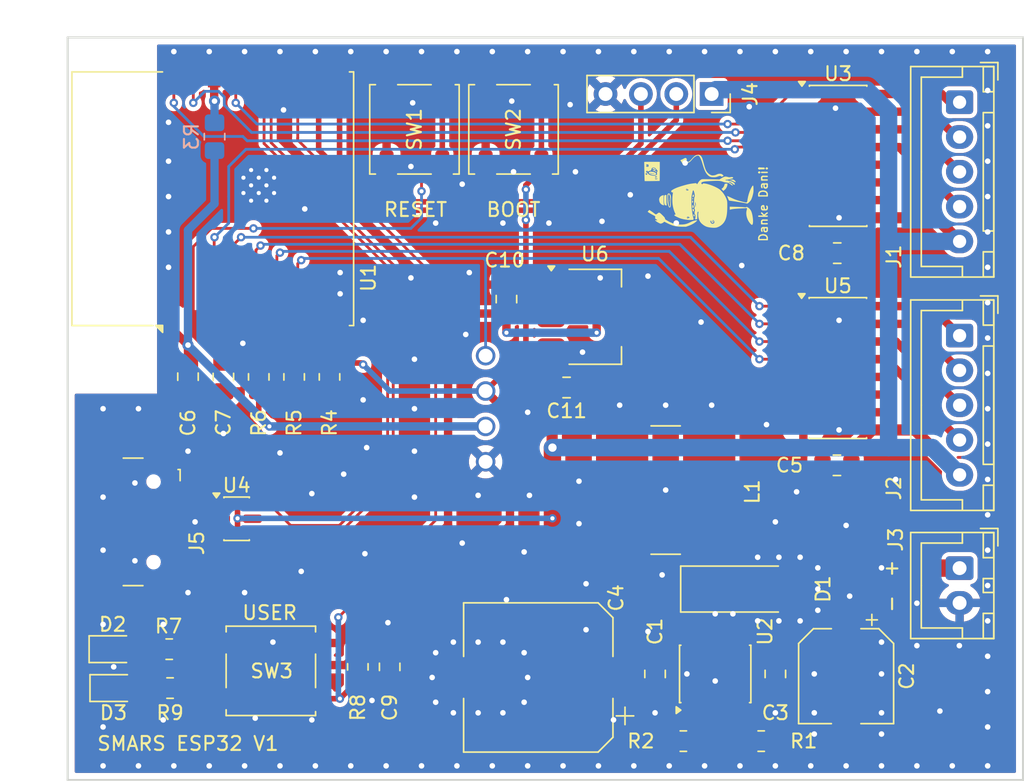
<source format=kicad_pcb>
(kicad_pcb (version 20241229) (generator "pcbnew") (generator_version "9.0")
  (title_block (date "mar. 31 mars 2015"))
  (layers (0 "F.Cu" signal) (2 "B.Cu" signal) (13 "F.Paste" user) (15 "B.Paste" user) (5 "F.SilkS" user "F.Silkscreen") (7 "B.SilkS" user "B.Silkscreen") (1 "F.Mask" user) (3 "B.Mask" user) (25 "Edge.Cuts" user))
  (net 0 "")
  (net 1 "GND")
  (net 2 "+3V3")
  (net 3 "Net-(D1-K)")
  (net 4 "Net-(U2-CB)")
  (net 5 "Net-(U1-EN)")
  (net 6 "Net-(D2-A)")
  (net 7 "Net-(U2-FB)")
  (net 8 "GPIO2")
  (net 9 "BOOT")
  (net 10 "GPIO8")
  (net 16 "Net-(D3-A)")
  (net 17 "D+")
  (net 18 "D-")
  (net 19 "Net-(J5-D--PadA7)")
  (net 20 "Net-(J5-D+-PadA6)")
  (net 23 "+5V")
  (net 24 "Net-(J1-Pin_1)")
  (net 25 "Net-(J1-Pin_4)")
  (net 26 "Net-(J1-Pin_2)")
  (net 27 "Net-(J1-Pin_3)")
  (net 28 "Net-(J2-Pin_4)")
  (net 29 "Net-(J2-Pin_2)")
  (net 30 "Net-(J2-Pin_3)")
  (net 31 "Net-(J2-Pin_1)")
  (net 38 "+9V")
  (net 39 "IO4")
  (net 40 "IO1")
  (net 41 "IO5")
  (net 42 "IO3")
  (net 43 "IO0")
  (net 44 "IO6")
  (net 45 "IO7")
  (net 46 "IO21")
  (net 47 "IO20")
  (net 48 "IO10")
  (footprint "Connector_USB:USB_C_Receptacle_GCT_USB4110" (layer "F.Cu") (at 103.556 81.458 -90)
    (property "Reference" "J5")
    (property "Value" "USB_C_Receptacle_USB2.0_16P")
  )
  (footprint "RF_Module:ESP32-C3-WROOM-02" (layer "F.Cu") (at 113.516 58.246 90)
    (property "Reference" "U1")
    (property "Value" "ESP32-C3-WROOM-02")
  )
  (footprint "Capacitor_SMD:C_0805_2012Metric_Pad1.18x1.45mm_HandSolder" (layer "F.Cu") (at 155.2205 77.394)
    (property "Reference" "C5")
    (property "Value" "100nF 50V")
  )
  (footprint "Resistor_SMD:R_0805_2012Metric_Pad1.20x1.40mm_HandSolder" (layer "F.Cu") (at 149.784 97.206)
    (property "Reference" "R1")
    (property "Value" "1k6")
  )
  (footprint "Resistor_SMD:R_0805_2012Metric_Pad1.20x1.40mm_HandSolder" (layer "F.Cu") (at 116.256 71.044 -90)
    (property "Reference" "R5")
    (property "Value" "10k")
  )
  (footprint "Capacitor_SMD:C_0805_2012Metric_Pad1.18x1.45mm_HandSolder" (layer "F.Cu") (at 108.636 71.028 90)
    (property "Reference" "C6")
    (property "Value" "100nF 50V")
  )
  (footprint "Inductor_SMD:L_Ferrocore_DLG-1004" (layer "F.Cu") (at 142.926 79.172 180)
    (property "Reference" "L1")
    (property "Value" "47 µH")
  )
  (footprint "Capacitor_SMD:C_0805_2012Metric_Pad1.18x1.45mm_HandSolder" (layer "F.Cu") (at 135.814 71.806 180)
    (property "Reference" "C11")
    (property "Value" "100nF 50V")
  )
  (footprint "Resistor_SMD:R_0805_2012Metric_Pad1.20x1.40mm_HandSolder" (layer "F.Cu") (at 120.828 91.872 90)
    (property "Reference" "R8")
    (property "Value" "10k")
  )
  (footprint "Package_SO:SOIC-8_3.9x4.9mm_P1.27mm" (layer "F.Cu") (at 146.482 92.38 90)
    (property "Reference" "U2")
    (property "Value" "LM2675M-ADJ")
  )
  (footprint "Resistor_SMD:R_0805_2012Metric_Pad1.20x1.40mm_HandSolder" (layer "F.Cu") (at 107.35 93.396)
    (property "Reference" "R9")
    (property "Value" "220")
  )
  (footprint "Resistor_SMD:R_0805_2012Metric_Pad1.20x1.40mm_HandSolder" (layer "F.Cu") (at 107.2875 90.602)
    (property "Reference" "R7")
    (property "Value" "220")
  )
  (footprint "Capacitor_SMD:CP_Elec_6.3x5.8" (layer "F.Cu") (at 155.88 92.54 -90)
    (property "Reference" "C2")
    (property "Value" "22µF, 50V")
  )
  (footprint "Capacitor_SMD:CP_Elec_10x10.5" (layer "F.Cu") (at 133.782 92.634 180)
    (property "Reference" "C4")
    (property "Value" "100µF, 50V")
  )
  (footprint "Capacitor_SMD:C_0805_2012Metric_Pad1.18x1.45mm_HandSolder" (layer "F.Cu") (at 111.176 71.0495 -90)
    (property "Reference" "C7")
    (property "Value" "100nF 50V")
  )
  (footprint "Hardware:Triuman" (layer "F.Cu") (at 145.466 57.836 90)
    (property "Reference" "G***" (hide yes))
    (property "Value" "LOGO" (hide yes))
  )
  (footprint "Button_Switch_SMD:SW_Push_1P1T_NO_CK_KSC7xxJ" (layer "F.Cu") (at 132.004 53.264 90)
    (property "Reference" "SW2")
    (property "Value" "BOOT")
  )
  (footprint "kbd:OLED_128x64" (layer "F.Cu") (at 130 73.33 -90)
    (property "Reference" "OL1")
    (property "Value" "OLED" (hide yes))
  )
  (footprint "Connector_JST:JST_XH_B5B-XH-A_1x05_P2.50mm_Vertical" (layer "F.Cu") (at 164.025 68.076 -90)
    (property "Reference" "J2")
    (property "Value" "Conn_01x05")
  )
  (footprint "Package_SO:SOIC-16_3.9x9.9mm_P1.27mm" (layer "F.Cu") (at 155.2855 70.409)
    (property "Reference" "U5")
    (property "Value" "ULN2003")
  )
  (footprint "Capacitor_SMD:C_0805_2012Metric_Pad1.18x1.45mm_HandSolder" (layer "F.Cu") (at 150.8 92.38 90)
    (property "Reference" "C3")
    (property "Value" "100nF 50V")
  )
  (footprint "Connector_JST:JST_XH_B5B-XH-A_1x05_P2.50mm_Vertical" (layer "F.Cu") (at 164.025 51.312 -90)
    (property "Reference" "J1")
    (property "Value" "Conn_01x05")
  )
  (footprint "Connector_JST:JST_XH_B2B-XH-A_1x02_P2.50mm_Vertical" (layer "F.Cu") (at 164.025 84.78 -90)
    (property "Reference" "J3")
    (property "Value" "Conn_01x02_Pin")
  )
  (footprint "Capacitor_SMD:C_0805_2012Metric_Pad1.18x1.45mm_HandSolder" (layer "F.Cu") (at 155.242 62.154)
    (property "Reference" "C8")
    (property "Value" "100nF 50V")
  )
  (footprint "LED_SMD:LED_0805_2012Metric" (layer "F.Cu") (at 103.2235 90.602)
    (property "Reference" "D2")
    (property "Value" "LED")
  )
  (footprint "Button_Switch_SMD:SW_Push_1P1T_NO_CK_KSC7xxJ" (layer "F.Cu") (at 124.892 53.264 90)
    (property "Reference" "SW1")
    (property "Value" "RESET")
  )
  (footprint "LED_SMD:LED_0805_2012Metric" (layer "F.Cu") (at 103.286 93.396)
    (property "Reference" "D3")
    (property "Value" "LED")
  )
  (footprint "Package_SO:SOIC-16_3.9x9.9mm_P1.27mm" (layer "F.Cu") (at 155.307 55.169)
    (property "Reference" "U3")
    (property "Value" "ULN2003")
  )
  (footprint "Connector_PinSocket_2.54mm:PinSocket_1x04_P2.54mm_Vertical" (layer "F.Cu") (at 146.228 50.724 -90)
    (property "Reference" "J4")
    (property "Value" "Conn_01x04")
  )
  (footprint "Resistor_SMD:R_0805_2012Metric_Pad1.20x1.40mm_HandSolder" (layer "F.Cu") (at 144.196 97.206 180)
    (property "Reference" "R2")
    (property "Value" "2k7")
  )
  (footprint "Capacitor_SMD:C_0805_2012Metric_Pad1.18x1.45mm_HandSolder" (layer "F.Cu") (at 123.114 91.872 90)
    (property "Reference" "C9")
    (property "Value" "100nF 50V")
  )
  (footprint "Capacitor_SMD:C_0805_2012Metric_Pad1.18x1.45mm_HandSolder" (layer "F.Cu") (at 142.164 92.38 90)
    (property "Reference" "C1")
    (property "Value" "10nF 50V")
  )
  (footprint "Capacitor_SMD:C_0805_2012Metric_Pad1.18x1.45mm_HandSolder" (layer "F.Cu") (at 131.496 65.456 -90)
    (property "Reference" "C10")
    (property "Value" "100nF 50V")
  )
  (footprint "Package_TO_SOT_SMD:SOT-23-6" (layer "F.Cu") (at 112.1275 81.234)
    (property "Reference" "U4")
    (property "Value" "USBLC6-2SC6")
  )
  (footprint "Resistor_SMD:R_0805_2012Metric_Pad1.20x1.40mm_HandSolder" (layer "F.Cu") (at 118.796 71.044 -90)
    (property "Reference" "R4")
    (property "Value" "10k")
  )
  (footprint "Package_TO_SOT_SMD:SOT-223-3_TabPin2" (layer "F.Cu") (at 137.846 66.726)
    (property "Reference" "U6")
    (property "Value" "LM1117MP-3.3")
  )
  (footprint "Resistor_SMD:R_0805_2012Metric_Pad1.20x1.40mm_HandSolder" (layer "F.Cu") (at 113.716 71.044 -90)
    (property "Reference" "R6")
    (property "Value" "10k")
  )
  (footprint "Diode_SMD:D_SMA_Handsoldering" (layer "F.Cu") (at 148.514 86.284)
    (property "Reference" "D1")
    (property "Value" "B150")
  )
  (footprint "Button_Switch_SMD:SW_Push_1P1T_NO_CK_KSC7xxJ" (layer "F.Cu") (at 114.584 92.158)
    (property "Reference" "SW3")
    (property "Value" "Button")
  )
  (footprint "Resistor_SMD:R_0805_2012Metric_Pad1.20x1.40mm_HandSolder" (layer "B.Cu") (at 110.541 53.788 -90)
    (property "Reference" "R3")
    (property "Value" "10k")
  )
  (gr_line (start 100 100) (end 100 46.66) (stroke (width 0.15)) (layer "Edge.Cuts"))
  (gr_line (start 168.58 46.66) (end 168.58 100) (stroke (width 0.15)) (layer "Edge.Cuts"))
  (gr_line (start 168.58 100) (end 100 100) (stroke (width 0.15)) (layer "Edge.Cuts"))
  (gr_line (start 100 46.66) (end 168.58 46.66) (stroke (width 0.15)) (layer "Edge.Cuts"))
  (gr_text "+" (at 159.69 85.522 90) (layer "F.SilkS") (effects (font (size 1 1)) (justify left bottom)))
  (gr_text "USER" (at 112.446 88.57 0) (layer "F.SilkS") (effects (font (size 1 1)) (justify left bottom)))
  (gr_text "SMARS ESP32 V1" (at 102.032 97.968 0) (layer "F.SilkS") (effects (font (size 1 1)) (justify left bottom)))
  (gr_text "-\n" (at 159.69 88.062 90) (layer "F.SilkS") (effects (font (size 1 1)) (justify left bottom)))
  (gr_text "Danke Dani!" (at 150.292 61.392 90) (layer "F.SilkS") (effects (font (size 0.6 0.6) (thickness 0.1) (bold yes)) (justify left bottom)))
  (gr_text "RESET\n" (at 122.606 59.614 0) (layer "F.SilkS") (effects (font (size 1 1)) (justify left bottom)))
  (gr_text "BOOT" (at 129.972 59.614 0) (layer "F.SilkS") (effects (font (size 1 1)) (justify left bottom)))
  (segment (start 109.368 81.234) (end 109.144 81.458) (width 0.2) (layer "F.Cu") (net 1))
  (segment (start 108.636 77.648) (end 108.636 76.378) (width 0.4) (layer "F.Cu") (net 1))
  (segment (start 107.236 84.658) (end 108.28 84.658) (width 0.4) (layer "F.Cu") (net 1))
  (segment (start 108.28 84.658) (end 108.636 85.014) (width 0.4) (layer "F.Cu") (net 1))
  (segment (start 147.117 88.697) (end 147.117 89.905) (width 0.4) (layer "F.Cu") (net 1))
  (segment (start 107.236 78.258) (end 108.026 78.258) (width 0.4) (layer "F.Cu") (net 1))
  (segment (start 110.99 81.234) (end 109.368 81.234) (width 0.2) (layer "F.Cu") (net 1))
  (segment (start 108.636 85.014) (end 108.636 86.538) (width 0.4) (layer "F.Cu") (net 1))
  (segment (start 146.482 88.062) (end 147.117 88.697) (width 0.4) (layer "F.Cu") (net 1))
  (segment (start 108.026 78.258) (end 108.636 77.648) (width 0.4) (layer "F.Cu") (net 1))
  (via (at 145.72 98.984) (size 0.8) (drill 0.4) (layers "F.Cu" "B.Cu") (net 1))
  (via (at 127.94 47.676) (size 0.8) (drill 0.4) (layers "F.Cu" "B.Cu") (net 1))
  (via (at 124.892 73.33) (size 0.8) (drill 0.4) (layers "F.Cu" "B.Cu") (net 1))
  (via (at 136.703 81.585) (size 0.8) (drill 0.4) (layers "F.Cu" "B.Cu") (net 1))
  (via (at 163.5 98.984) (size 0.8) (drill 0.4) (layers "F.Cu" "B.Cu") (net 1))
  (via (at 156.134 86.792) (size 0.8) (drill 0.4) (layers "F.Cu" "B.Cu") (net 1))
  (via (at 153.594 92.38) (size 0.8) (drill 0.4) (layers "F.Cu" "B.Cu") (net 1))
  (via (at 105.08 73.33) (size 0.8) (drill 0.4) (layers "F.Cu" "B.Cu") (net 1))
  (via (at 145.72 47.676) (size 0.8) (drill 0.4) (layers "F.Cu" "B.Cu") (net 1))
  (via (at 139.182683 95.680669) (size 0.8) (drill 0.4) (layers "F.Cu" "B.Cu") (net 1))
  (via (at 131.877 51.232) (size 0.8) (drill 0.4) (layers "F.Cu" "B.Cu") (net 1))
  (via (at 155.88 81.712) (size 0.8) (drill 0.4) (layers "F.Cu" "B.Cu") (net 1))
  (via (at 166.04 68.25) (size 0.8) (drill 0.4) (layers "F.Cu" "B.Cu") (net 1))
  (via (at 115.24 98.984) (size 0.8) (drill 0.4) (layers "F.Cu" "B.Cu") (net 1))
  (via (at 153.594 96.698) (size 0.8) (drill 0.4) (layers "F.Cu" "B.Cu") (net 1))
  (via (at 144.323 55.677) (size 0.8) (drill 0.4) (layers "F.Cu" "B.Cu") (net 1))
  (via (at 117.018 58.979) (size 0.8) (drill 0.4) (layers "F.Cu" "B.Cu") (net 1))
  (via (at 104.826 84.252) (size 0.8) (drill 0.4) (layers "F.Cu" "B.Cu") (net 1))
  (via (at 107.239 63.17) (size 0.8) (drill 0.4) (layers "F.Cu" "B.Cu") (net 1))
  (via (at 125.4 98.984) (size 0.8) (drill 0.4) (layers "F.Cu" "B.Cu") (net 1))
  (via (at 136.068 51.486) (size 0.8) (drill 0.4) (layers "F.Cu" "B.Cu") (net 1))
  (via (at 166.04 55.55) (size 0.8) (drill 0.4) (layers "F.Cu" "B.Cu") (net 1))
  (via (at 102.54 98.984) (size 0.8) (drill 0.4) (layers "F.Cu" "B.Cu") (net 1))
  (via (at 143.18 47.676) (size 0.8) (drill 0.4) (layers "F.Cu" "B.Cu") (net 1))
  (via (at 132.766 94.412) (size 0.8) (drill 0.4) (layers "F.Cu" "B.Cu") (net 1))
  (via (at 115.24 47.676) (size 0.8) (drill 0.4) (layers "F.Cu" "B.Cu") (net 1))
  (via (at 150.8 95.174) (size 0.8) (drill 0.4) (layers "F.Cu" "B.Cu") (net 1))
  (via (at 107.239 52.756) (size 0.8) (drill 0.4) (layers "F.Cu" "B.Cu") (net 1))
  (via (at 126.416 59.995) (size 0.8) (drill 0.4) (layers "F.Cu" "B.Cu") (net 1))
  (via (at 120.32 47.676) (size 0.8) (drill 0.4) (layers "F.Cu" "B.Cu") (net 1))
  (via (at 131.242 90.094) (size 0.8) (drill 0.4) (layers "F.Cu" "B.Cu") (net 1))
  (via (at 162.611 95.047) (size 0.8) (drill 0.4) (layers "F.Cu" "B.Cu") (net 1))
  (via (at 107.62 98.984) (size 0.8) (drill 0.4) (layers "F.Cu" "B.Cu") (net 1))
  (via (at 121.209 72.695) (size 0.8) (drill 0.4) (layers "F.Cu" "B.Cu") (net 1))
  (via (at 139.624 73.076) (size 0.8) (drill 0.4) (layers "F.Cu" "B.Cu") (net 1))
  (via (at 153.594 95.174) (size 0.8) (drill 0.4) (layers "F.Cu" "B.Cu") (net 1))
  (via (at 152.324 79.299) (size 0.8) (drill 0.4) (layers "F.Cu" "B.Cu") (net 1))
  (via (at 129.464 90.094) (size 0.8) (drill 0.4) (layers "F.Cu" "B.Cu") (net 1))
  (via (at 133.02 47.676) (size 0.8) (drill 0.4) (layers "F.Cu" "B.Cu") (net 1))
  (via (at 119.558 65.075) (size 0.8) (drill 0.4) (layers "F.Cu" "B.Cu") (net 1))
  (via (at 124.638 63.932) (size 0.8) (drill 0.4) (layers "F.Cu" "B.Cu") (net 1))
  (via (at 112.7 47.676) (size 0.8) (drill 0.4) (layers "F.Cu" "B.Cu") (net 1))
  (via (at 131.496 87.046) (size 0.8) (drill 0.4) (layers "F.Cu" "B.Cu") (net 1))
  (via (at 140.386 57.963) (size 0.8) (drill 0.4) (layers "F.Cu" "B.Cu") (net 1))
  (via (at 109.144 81.458) (size 0.8) (drill 0.4) (layers "F.Cu" "B.Cu") (net 1))
  (via (at 132.004 56.312) (size 0.8) (drill 0.4) (layers "F.Cu" "B.Cu") (net 1))
  (via (at 163.5 47.676) (size 0.8) (drill 0.4) (layers "F.Cu" "B.Cu") (net 1))
  (via (at 143.688 59.995) (size 0.8) (drill 0.4) (layers "F.Cu" "B.Cu") (net 1))
  (via (at 155.372 59.614) (size 0.8) (drill 0.4) (layers "F.Cu" "B.Cu") (net 1))
  (via (at 166.04 58.09) (size 0.8) (drill 0.4) (layers "F.Cu" "B.Cu") (net 1))
  (via (at 166.04 75.87) (size 0.8) (drill 0.4) (layers "F.Cu" "B.Cu") (net 1))
  (via (at 142.164 95.174) (size 0.8) (drill 0.4) (layers "F.Cu" "B.Cu") (net 1))
  (via (at 166.04 86.03) (size 0.8) (drill 0.4) (layers "F.Cu" "B.Cu") (net 1))
  (via (at 122.86 47.676) (size 0.8) (drill 0.4) (layers "F.Cu" "B.Cu") (net 1))
  (via (at 116.764 85.014) (size 0.8) (drill 0.4) (layers "F.Cu" "B.Cu") (net 1))
  (via (at 108.636 86.538) (size 0.8) (drill 0.4) (layers "F.Cu" "B.Cu") (net 1))
  (via (at 122.86 98.984) (size 0.8) (drill 0.4) (layers "F.Cu" "B.Cu") (net 1))
  (via (at 146.228 73.076) (size 0.8) (drill 0.4) (layers "F.Cu" "B.Cu") (net 1))
  (via (at 102.54 83.49) (size 0.8) (drill 0.4) (layers "F.Cu" "B.Cu") (net 1))
  (via (at 105.08 98.984) (size 0.8) (drill 0.4) (layers "F.Cu" "B.Cu") (net 1))
  (via (at 158.42 90.094) (size 0.8) (drill 0.4) (layers "F.Cu" "B.Cu") (net 1))
  (via (at 153.34 47.676) (size 0.8) (drill 0.4) (layers "F.Cu" "B.Cu") (net 1))
  (via (at 120.32 98.984) (size 0.8) (drill 0.4) (layers "F.Cu" "B.Cu") (net 1))
  (via (at 132.766 83.617) (size 0.8) (drill 0.4) (layers "F.Cu" "B.Cu") (net 1))
  (via (at 166.04 91.11) (size 0.8) (drill 0.4) (layers "F.Cu" "B.Cu") (net 1))
  (via (at 149.53 88.57) (size 0.8) (drill 0.4) (layers "F.Cu" "B.Cu") (net 1))
  (via (at 146.482 92.888) (size 0.8) (drill 0.4) (layers "F.Cu" "B.Cu") (net 1))
  (via (at 130.48 98.984) (size 0.8) (drill 0.4) (layers "F.Cu" "B.Cu") (net 1))
  (via (at 140.64 98.984) (size 0.8) (drill 0.4) (layers "F.Cu" "B.Cu") (net 1))
  (via (at 102.54 88.824) (size 0.8) (drill 0.4) (layers "F.Cu" "B.Cu") (net 1))
  (via (at 155.118 51.74) (size 0.8) (drill 0.4) (layers "F.Cu" "B.Cu") (net 1))
  (via (at 134.544 59.995) (size 0.8) (drill 0.4) (layers "F.Cu" "B.Cu") (net 1))
  (via (at 114.732 90.094) (size 0.8) (drill 0.4) (layers "F.Cu" "B.Cu") (net 1))
  (via (at 160.96 90.348) (size 0.8) (drill 0.4) (layers "F.Cu" "B.Cu") (net 1))
  (via (at 117.526 79.426) (size 0.8) (drill 0.4) (layers "F.Cu" "B.Cu") (net 1))
  (via (at 131.242 95.174) (size 0.8) (drill 0.4) (layers "F.Cu" "B.Cu") (net 1))
  (via (at 107.239 58.09) (size 0.8) (drill 0.4) (layers "F.Cu" "B.Cu") (net 1))
  (via (at 164.008 90.348) (size 0.8) (drill 0.4) (layers "F.Cu" "B.Cu") (net 1))
  (via (at 148.26 98.984) (size 0.8) (drill 0.4) (layers "F.Cu" "B.Cu") (net 1))
  (via (at 152.578 83.998) (size 0.8) (drill 0.4) (layers "F.Cu" "B.Cu") (net 1))
  (via (at 155.372 66.98) (size 0.8) (drill 0.4) (layers "F.Cu" "B.Cu") (net 1))
  (via (at 132.766 90.856) (size 0.8) (drill 0.4) (layers "F.Cu" "B.Cu") (net 1))
  (via (at 148.387 63.043) (size 0.8) (drill 0.4) (layers "F.Cu" "B.Cu") (net 1))
  (via (at 166.04 60.63) (size 0.8) (drill 0.4) (layers "F.Cu" "B.Cu") (net 1))
  (via (at 133.02 92.634) (size 0.8) (drill 0.4) (layers "F.Cu" "B.Cu") (net 1))
  (via (at 138.354 59.868) (size 0.8) (drill 0.4) (layers "F.Cu" "B.Cu") (net 1))
  (via (at 141.656 89.332) (size 0.8) (drill 0.4) (layers "F.Cu" "B.Cu") (net 1))
  (via (at 117.78 47.676) (size 0.8) (drill 0.4) (layers "F.Cu" "B.Cu") (net 1))
  (via (at 159.436 78.41) (size 0.8) (drill 0.4) (layers "F.Cu" "B.Cu") (net 1))
  (via (at 125.4 47.676) (size 0.8) (drill 0.4) (layers "F.Cu" "B.Cu") (net 1))
  (via (at 107.62 47.676) (size 0.8) (drill 0.4) (layers "F.Cu" "B.Cu") (net 1))
  (via (at 166.04 98.984) (size 0.8) (drill 0.4) (layers "F.Cu" "B.Cu") (net 1))
  (via (at 127.686 90.094) (size 0.8) (drill 0.4) (layers "F.Cu" "B.Cu") (net 1))
  (via (at 166.04 83.49) (size 0.8) (drill 0.4) (layers "F.Cu" "B.Cu") (net 1))
  (via (at 150.8 47.676) (size 0.8) (drill 0.4) (layers "F.Cu" "B.Cu") (net 1))
  (via (at 147.752 88.062) (size 0.8) (drill 0.4) (layers "F.Cu" "B.Cu") (net 1))
  (via (at 106.858 88.824) (size 0.8) (drill 0.4) (layers "F.Cu" "B.Cu") (net 1))
  (via (at 136.957 69.266) (size 0.8) (drill 0.4) (layers "F.Cu" "B.Cu") (net 1))
  (via (at 137.211 89.205) (size 0.8) (drill 0.4) (layers "F.Cu" "B.Cu") (net 1))
  (via (at 166.04 93.65) (size 0.8) (drill 0.4) (layers "F.Cu" "B.Cu") (net 1))
  (via (at 155.88 98.984) (size 0.8) (drill 0.4) (layers "F.Cu" "B.Cu") (net 1))
  (via (at 150.8 98.984) (size 0.8) (drill 0.4) (layers "F.Cu" "B.Cu") (net 1))
  (via (at 113.462 95.555) (size 0.8) (drill 0.4) (layers "F.Cu" "B.Cu") (net 1))
  (via (at 104.826 78.664) (size 0.8) (drill 0.4) (layers "F.Cu" "B.Cu") (net 1))
  (via (at 124.892 76.378) (size 0.8) (drill 0.4) (layers "F.Cu" "B.Cu") (net 1))
  (via (at 133.02 98.984) (size 0.8) (drill 0.4) (layers "F.Cu" "B.Cu") (net 1))
  (via (at 150.8 81.458) (size 0.8) (drill 0.4) (layers "F.Cu" "B.Cu") (net 1))
  (via (at 130.48 47.676) (size 0.8) (drill 0.4) (layers "F.Cu" "B.Cu") (net 1))
  (via (at 127.94 98.984) (size 0.8) (drill 0.4) (layers "F.Cu" "B.Cu") (net 1))
  (via (at 126.162 92.634) (size 0.8) (drill 0.4) (layers "F.Cu" "B.Cu") (net 1))
  (via (at 166.04 70.79) (size 0.8) (drill 0.4) (layers "F.Cu" "B.Cu") (net 1))
  (via (at 158.42 96.698) (size 0.8) (drill 0.4) (layers "F.Cu" "B.Cu") (net 1))
  (via (at 158.42 92.38) (size 0.8) (drill 0.4) (layers "F.Cu" "B.Cu") (net 1))
  (via (at 160.96 98.984) (size 0.8) (drill 0.4) (layers "F.Cu" "B.Cu") (net 1))
  (via (at 166.04 53.01) (size 0.8) (drill 0.4) (layers "F.Cu" "B.Cu") (net 1))
  (via (at 150.165 74.473) (size 0.8) (drill 0.4) (layers "F.Cu" "B.Cu") (net 1))
  (via (at 158.42 95.174) (size 0.8) (drill 0.4) (layers "F.Cu" "B.Cu") (net 1))
  (via (at 107.239 55.55) (size 0.8) (drill 0.4) (layers "F.Cu" "B.Cu") (net 1))
  (via (at 136.703 78.537) (size 0.8) (drill 0.4) (layers "F.Cu" "B.Cu") (net 1))
  (via (at 143.18 98.984) (size 0.8) (drill 0.4) (layers "F.Cu" "B.Cu") (net 1))
  (via (at 166.04 73.33) (size 0.8) (drill 0.4) (layers "F.Cu" "B.Cu") (net 1))
  (via (at 148.26 47.676) (size 0.8) (drill 0.4) (layers "F.Cu" "B.Cu") (net 1))
  (via (at 160.96 87.3) (size 0.8) (drill 0.4) (layers "F.Cu" "B.Cu") (net 1))
  (via (at 124.765 51.359) (size 0.8) (drill 0.4) (layers "F.Cu" "B.Cu") (net 1))
  (via (at 119.558 63.551) (size 0.8) (drill 0.4) (layers "F.Cu" "B.Cu") (net 1))
  (via (at 135.56 98.984) (size 0.8) (drill 0.4) (layers "F.Cu" "B.Cu") (net 1))
  (via (at 151.054 88.57) (size 0.8) (drill 0.4) (layers "F.Cu" "B.Cu") (net 1))
  (via (at 155.372 74.854) (size 0.8) (drill 0.4) (layers "F.Cu" "B.Cu") (net 1))
  (via (at 112.7 86.538) (size 0.8) (drill 0.4) (layers "F.Cu" "B.Cu") (net 1))
  (via (at 160.96 47.676) (size 0.8) (drill 0.4) (layers "F.Cu" "B.Cu") (net 1))
  (via (at 128.829 63.551) (size 0.8) (drill 0.4) (layers "F.Cu" "B.Cu") (net 1))
  (via (at 158.42 47.676) (size 0.8) (drill 0.4) (layers "F.Cu" "B.Cu") (net 1))
  (via (at 155.88 47.676) (size 0.8) (drill 0.4) (layers "F.Cu" "B.Cu") (net 1))
  (via (at 138.1 98.984) (size 0.8) (drill 0.4) (layers "F.Cu" "B.Cu") (net 1))
  (via (at 166.04 50.47) (size 0.8) (drill 0.4) (layers "F.Cu" "B.Cu") (net 1))
  (via (at 106.858 95.682) (size 0.8) (drill 0.4) (layers "F.Cu" "B.Cu") (net 1))
  (via (at 153.848 84.76) (size 0.8) (drill 0.4) (layers "F.Cu" "B.Cu") (net 1))
  (via (at 133.147 79.553) (size 0.8) (drill 0.4) (layers "F.Cu" "B.Cu") (net 1))
  (via (at 166.04 63.17) (size 0.8) (drill 0.4) (layers "F.Cu" "B.Cu") (net 1))
  (via (at 153.848 87.808) (size 0.8) (drill 0.4) (layers "F.Cu" "B.Cu") (net 1))
  (via (at 166.04 88.57) (size 0.8) (drill 0.4) (layers "F.Cu" "B.Cu") (net 1))
  (via (at 124.892 79.68) (size 0.8) (drill 0.4) (layers "F.Cu" "B.Cu") (net 1))
  (via (at 145.466 67.107) (size 0.8) (drill 0.4) (layers "F.Cu" "B.Cu") (net 1))
  (via (at 110.16 98.984) (size 0.8) (drill 0.4) (layers "F.Cu" "B.Cu") (net 1))
  (via (at 119.812 78.029) (size 0.8) (drill 0.4) (layers "F.Cu" "B.Cu") (net 1))
  (via (at 117.78 98.984) (size 0.8) (drill 0.4) (layers "F.Cu" "B.Cu") (net 1))
  (via (at 141.656 63.805) (size 0.8) (drill 0.4) (layers "F.Cu" "B.Cu") (net 1))
  (via (at 136.449 56.312) (size 0.8) (drill 0.4) (layers "F.Cu" "B.Cu") (net 1))
  (via (at 107.239 60.63) (size 0.8) (drill 0.4) (layers "F.Cu" "B.Cu") (net 1))
  (via (at 166.04 80.95) (size 0.8) (drill 0.4) (layers "F.Cu" "B.Cu") (net 1))
  (via (at 158.42 98.984) (size 0.8) (drill 0.4) (layers "F.Cu" "B.Cu") (net 1))
  (via (at 142.926 79.172) (size 0.8) (drill 0.4) (layers "F.Cu" "B.Cu") (net 1))
  (via (at 158.42 84.76) (size 0.8) (drill 0.4) (layers "F.Cu" "B.Cu") (net 1))
  (via (at 133.02 73.584) (size 0.8) (drill 0.4) (layers "F.Cu" "B.Cu") (net 1))
  (via (at 166.04 96.19) (size 0.8) (drill 0.4) (layers "F.Cu" "B.Cu") (net 1))
  (via (at 111.176 75.108) (size 0.8) (drill 0.4) (layers "F.Cu" "B.Cu") (net 1))
  (via (at 137.211 85.903) (size 0.8) (drill 0.4) (layers "F.Cu" "B.Cu") (net 1))
  (via (at 112.573 68.631) (size 0.8) (drill 0.4) (layers "F.Cu" "B.Cu") (net 1))
  (via (at 124.892 69.774) (size 0.8) (drill 0.4) (layers "F.Cu" "B.Cu") (net 1))
  (via (at 149.53 83.998) (size 0.8) (drill 0.4) (layers "F.Cu" "B.Cu") (net 1))
  (via (at 151.054 83.998) (size 0.8) (drill 0.4) (layers "F.Cu" "B.Cu") (net 1))
  (via (at 153.34 98.984) (size 0.8) (drill 0.4) (layers "F.Cu" "B.Cu") (net 1))
  (via (at 138.1 47.676) (size 0.8) (drill 0.4) (layers "F.Cu" "B.Cu") (net 1))
  (via (at 152.578 88.57) (size 0.8) (drill 0.4) (layers "F.Cu" "B.Cu") (net 1))
  (via (at 148.924183 51.635962) (size 0.8) (drill 0.4) (layers "F.Cu" "B.Cu") (net 1))
  (via (at 142.926 73.076) (size 0.8) (drill 0.4) (layers "F.Cu" "B.Cu") (net 1))
  (via (at 115.494 51.867) (size 0.8) (drill 0.4) (layers "F.Cu" "B.Cu") (net 1))
  (via (at 131.242 59.995) (size 0.8) (drill 0.4) (layers "F.Cu" "B.Cu") (net 1))
  (via (at 142.672 85.268) (size 0.8) (drill 0.4) (layers "F.Cu" "B.Cu") (net 1))
  (via (at 146.482 88.062) (size 0.8) (drill 0.4) (layers "F.Cu" "B.Cu") (net 1))
  (via (at 124.638 55.931) (size 0.8) (drill 0.4) (layers "F.Cu" "B.Cu") (net 1))
  (via (at 135.56 47.676) (size 0.8) (drill 0.4) (layers "F.Cu" "B.Cu") (net 1))
  (via (at 121.209 66.98) (size 0.8) (drill 0.4) (layers "F.Cu" "B.Cu") (net 1))
  (via (at 128.321 57.201) (size 0.8) (drill 0.4) (layers "F.Cu" "B.Cu") (net 1))
  (via (at 121.463 76.124) (size 0.8) (drill 0.4) (layers "F.Cu" "B.Cu") (net 1))
  (via (at 108.636 76.378) (size 0.8) (drill 0.4) (layers "F.Cu" "B.Cu") (net 1))
  (via (at 128.321 82.982) (size 0.8) (drill 0.4) (layers "F.Cu" "B.Cu") (net 1))
  (via (at 112.7 98.984) (size 0.8) (drill 0.4) (layers "F.Cu" "B.Cu") (net 1))
  (via (at 103.302 91.872) (size 0.8) (drill 0.4) (layers "F.Cu" "B.Cu") (net 1))
  (via (at 121.336 83.744) (size 0.8) (drill 0.4) (layers "F.Cu" "B.Cu") (net 1))
  (via (at 129.464 95.174) (size 0.8) (drill 0.4) (layers "F.Cu" "B.Cu") (net 1))
  (via (at 126.416 94.412) (size 0.8) (drill 0.4) (layers "F.Cu" "B.Cu") (net 1))
  (via (at 153.848 86.284) (size 0.8) (drill 0.4) (layers "F.Cu" "B.Cu") (net 1))
  (via (at 102.54 73.33) (size 0.8) (drill 0.4) (layers "F.Cu" "B.Cu") (net 1))
  (via (at 127.686 95.174) (size 0.8) (drill 0.4) (layers "F.Cu" "B.Cu") (net 1))
  (via (at 115.24 76.505) (size 0.8) (drill 0.4) (layers "F.Cu" "B.Cu") (net 1))
  (via (at 110.16 47.676) (size 0.8) (drill 0.4) (layers "F.Cu" "B.Cu") (net 1))
  (via (at 166.04 65.71) (size 0.8) (drill 0.4) (layers "F.Cu" "B.Cu") (net 1))
  (via (at 129.464 79.553) (size 0.8) (drill 0.4) (layers "F.Cu" "B.Cu") (net 1))
  (via (at 128.575 67.996) (size 0.8) (drill 0.4) (layers "F.Cu" "B.Cu") (net 1))
  (via (at 166.04 47.676) (size 0.8) (drill 0.4) (layers "F.Cu" "B.Cu") (net 1))
  (via (at 102.54 96.19) (size 0.8) (drill 0.4) (layers "F.Cu" "B.Cu") (net 1))
  (via (at 122.987 88.697) (size 0.8) (drill 0.4) (layers "F.Cu" "B.Cu") (net 1))
  (via (at 121.844 94.285) (size 0.8) (drill 0.4) (layers "F.Cu" "B.Cu") (net 1))
  (via (at 102.54 79.68) (size 0.8) (drill 0.4) (layers "F.Cu" "B.Cu") (net 1))
  (via (at 126.416 90.856) (size 0.8) (drill 0.4) (layers "F.Cu" "B.Cu") (net 1))
  (via (at 140.64 47.676) (size 0.8) (drill 0.4) (layers "F.Cu" "B.Cu") (net 1))
  (via (at 144.45 92.38) (size 0.8) (drill 0.4) (layers "F.Cu" "B.Cu") (net 1))
  (via (at 166.04 78.41) (size 0.8) (drill 0.4) (layers "F.Cu" "B.Cu") (net 1))
  (via (at 117.526 95.682) (size 0.8) (drill 0.4) (layers "F.Cu" "B.Cu") (net 1))
  (via (at 138.227 63.932) (size 0.8) (drill 0.4) (layers "F.Cu" "B.Cu") (net 1))
  (segment (start 137.973 67.869) (end 137.973 66.726) (width 0.6) (layer "F.Cu") (net 2))
  (segment (start 127.305 74.6) (end 127.305 81.712) (width 0.6) (layer "F.Cu") (net 2))
  (segment (start 131.496 66.4935) (end 131.496 67.869) (width 0.6) (layer "F.Cu") (net 2))
  (segment (start 131.496 66.4935) (end 128.2995 66.4935) (width 0.6) (layer "F.Cu") (net 2))
  (segment (start 107.516 67.638) (end 107.516 66.996) (width 0.6) (layer "F.Cu") (net 2))
  (segment (start 108.636 69.9905) (end 108.636 68.758) (width 0.6) (layer "F.Cu") (net 2))
  (segment (start 108.636 68.758) (end 107.516 67.638) (width 0.6) (layer "F.Cu") (net 2))
  (segment (start 137.973 66.726) (end 134.696 66.726) (width 0.6) (layer "F.Cu") (net 2))
  (segment (start 113.716 72.044) (end 113.716 73.838) (width 0.4) (layer "F.Cu") (net 2))
  (segment (start 127.305 81.712) (end 120.828 88.189) (width 0.6) (layer "F.Cu") (net 2))
  (segment (start 119.955 91.745) (end 120.828 90.872) (width 0.6) (layer "F.Cu") (net 2))
  (segment (start 128.2995 66.4935) (end 127.305 67.488) (width 0.6) (layer "F.Cu") (net 2))
  (segment (start 113.716 73.838) (end 114.478 74.6) (width 0.4) (layer "F.Cu") (net 2))
  (segment (start 108.2875 90.602) (end 109.4305 91.745) (width 0.6) (layer "F.Cu") (net 2))
  (segment (start 113.716 72.044) (end 116.256 72.044) (width 0.4) (layer "F.Cu") (net 2))
  (segment (start 109.4305 91.745) (end 119.955 91.745) (width 0.6) (layer "F.Cu") (net 2))
  (segment (start 116.256 72.044) (end 118.796 72.044) (width 0.4) (layer "F.Cu") (net 2))
  (segment (start 140.996 66.726) (end 137.973 66.726) (width 0.6) (layer "F.Cu") (net 2))
  (segment (start 127.305 67.488) (end 127.305 74.6) (width 0.6) (layer "F.Cu") (net 2))
  (segment (start 120.828 88.189) (end 120.828 90.872) (width 0.6) (layer "F.Cu") (net 2))
  (segment (start 127.305 74.6) (end 130 74.6) (width 0.6) (layer "F.Cu") (net 2))
  (via (at 108.636 68.758) (size 0.8) (drill 0.4) (layers "F.Cu" "B.Cu") (net 2))
  (via (at 114.478 74.6) (size 0.6) (drill 0.3) (layers "F.Cu" "B.Cu") (net 2))
  (via (at 137.973 67.869) (size 0.6) (drill 0.3) (layers "F.Cu" "B.Cu") (net 2))
  (via (at 131.496 67.869) (size 0.6) (drill 0.3) (layers "F.Cu" "B.Cu") (net 2))
  (segment (start 108.636 60.503) (end 108.636 68.758) (width 0.6) (layer "B.Cu") (net 2))
  (segment (start 130 74.6) (end 114.478 74.6) (width 0.6) (layer "B.Cu") (net 2))
  (segment (start 131.496 67.869) (end 137.973 67.869) (width 0.6) (layer "B.Cu") (net 2))
  (segment (start 114.478 74.6) (end 108.636 68.758) (width 0.6) (layer "B.Cu") (net 2))
  (segment (start 110.541 54.788) (end 110.541 58.598) (width 0.6) (layer "B.Cu") (net 2))
  (segment (start 110.541 58.598) (end 108.636 60.503) (width 0.6) (layer "B.Cu") (net 2))
  (segment (start 146.014 86.284) (end 146.014 79.209) (width 1.25) (layer "F.Cu") (net 3))
  (segment (start 144.577 89.905) (end 144.577 87.721) (width 0.6) (layer "F.Cu") (net 3))
  (segment (start 144.577 87.721) (end 146.014 86.284) (width 0.6) (layer "F.Cu") (net 3))
  (segment (start 146.014 79.209) (end 146.051 79.172) (width 1.25) (layer "F.Cu") (net 3))
  (segment (start 144.577 89.905) (end 143.6015 89.905) (width 0.6) (layer "F.Cu") (net 3))
  (segment (start 143.6015 89.905) (end 142.164 91.3425) (width 0.6) (layer "F.Cu") (net 3))
  (segment (start 143.6015 94.855) (end 142.164 93.4175) (width 0.6) (layer "F.Cu") (net 4))
  (segment (start 144.577 94.855) (end 143.6015 94.855) (width 0.6) (layer "F.Cu") (net 4))
  (segment (start 109.016 61.686057) (end 110.326057 60.376) (width 0.2) (layer "F.Cu") (net 5))
  (segment (start 111.176 70.012) (end 113.684 70.012) (width 0.6) (layer "F.Cu") (net 5))
  (segment (start 109.016 66.996) (end 109.016 61.686057) (width 0.2) (layer "F.Cu") (net 5))
  (segment (start 125.4 56.947) (end 126.183 56.164) (width 0.2) (layer "F.Cu") (net 5))
  (segment (start 126.892 50.364) (end 126.892 56.164) (width 0.4) (layer "F.Cu") (net 5))
  (segment (start 110.326057 60.376) (end 113.335 60.376) (width 0.2) (layer "F.Cu") (net 5))
  (segment (start 125.4 57.709) (end 125.4 56.947) (width 0.2) (layer "F.Cu") (net 5))
  (segment (start 109.016 66.996) (end 109.016 67.852) (width 0.6) (layer "F.Cu") (net 5))
  (segment (start 126.183 56.164) (end 126.892 56.164) (width 0.2) (layer "F.Cu") (net 5))
  (segment (start 109.016 67.852) (end 111.176 70.012) (width 0.6) (layer "F.Cu") (net 5))
  (segment (start 113.684 70.012) (end 113.716 70.044) (width 0.6) (layer "F.Cu") (net 5))
  (via (at 113.335 60.376) (size 0.6) (drill 0.3) (layers "F.Cu" "B.Cu") (net 5))
  (via (at 125.4 57.709) (size 0.6) (drill 0.3) (layers "F.Cu" "B.Cu") (net 5))
  (segment (start 113.335 60.376) (end 124.638 60.376) (width 0.2) (layer "B.Cu") (net 5))
  (segment (start 124.638 60.376) (end 125.4 59.614) (width 0.2) (layer "B.Cu") (net 5))
  (segment (start 125.4 59.614) (end 125.4 57.709) (width 0.2) (layer "B.Cu") (net 5))
  (segment (start 106.2875 90.602) (end 104.161 90.602) (width 0.4) (layer "F.Cu") (net 6))
  (segment (start 148.387 94.855) (end 148.387 96.809) (width 0.4) (layer "F.Cu") (net 7))
  (segment (start 145.196 97.206) (end 148.784 97.206) (width 0.4) (layer "F.Cu") (net 7))
  (segment (start 148.387 96.809) (end 148.784 97.206) (width 0.4) (layer "F.Cu") (net 7))
  (segment (start 110.516 49.496) (end 110.516 51.207) (width 0.6) (layer "F.Cu") (net 8))
  (segment (start 110.516 51.207) (end 110.541 51.232) (width 0.6) (layer "F.Cu") (net 8))
  (via (at 110.541 51.232) (size 0.8) (drill 0.4) (layers "F.Cu" "B.Cu") (net 8))
  (segment (start 110.541 51.232) (end 110.541 52.788) (width 0.6) (layer "B.Cu") (net 8))
  (segment (start 132.893 59.772) (end 132.893 69.167) (width 0.4) (layer "F.Cu") (net 9))
  (segment (start 131.75 73.81) (end 130 72.06) (width 0.6) (layer "F.Cu") (net 9))
  (segment (start 132.893 57.275) (end 134.004 56.164) (width 0.4) (layer "F.Cu") (net 9))
  (segment (start 121.098 70.044) (end 121.209 70.155) (width 0.4) (layer "F.Cu") (net 9))
  (segment (start 131.75 81.712) (end 131.75 73.81) (width 0.6) (layer "F.Cu") (net 9))
  (segment (start 124.892 94.666) (end 124.892 88.57) (width 0.6) (layer "F.Cu") (net 9))
  (segment (start 134.004 50.364) (end 134.004 56.164) (width 0.4) (layer "F.Cu") (net 9))
  (segment (start 132.893 57.582) (end 132.893 57.275) (width 0.4) (layer "F.Cu") (net 9))
  (segment (start 118.796 70.044) (end 121.098 70.044) (width 0.4) (layer "F.Cu") (net 9))
  (segment (start 118.016 69.264) (end 118.796 70.044) (width 0.4) (layer "F.Cu") (net 9))
  (segment (start 118.016 66.996) (end 118.016 69.264) (width 0.4) (layer "F.Cu") (net 9))
  (segment (start 124.892 88.57) (end 131.75 81.712) (width 0.6) (layer "F.Cu") (net 9))
  (segment (start 108.35 93.396) (end 108.35 94.761) (width 0.6) (layer "F.Cu") (net 9))
  (segment (start 122.606 96.952) (end 124.892 94.666) (width 0.6) (layer "F.Cu") (net 9))
  (segment (start 132.893 69.167) (end 130 72.06) (width 0.4) (layer "F.Cu") (net 9))
  (segment (start 110.541 96.952) (end 122.606 96.952) (width 0.6) (layer "F.Cu") (net 9))
  (segment (start 108.35 94.761) (end 110.541 96.952) (width 0.6) (layer "F.Cu") (net 9))
  (via (at 121.209 70.155) (size 0.6) (drill 0.3) (layers "F.Cu" "B.Cu") (net 9))
  (via (at 132.893 57.582) (size 0.6) (drill 0.3) (layers "F.Cu" "B.Cu") (net 9))
  (via (at 132.893 59.772) (size 0.6) (drill 0.3) (layers "F.Cu" "B.Cu") (net 9))
  (segment (start 132.893 59.772) (end 132.893 57.582) (width 0.4) (layer "B.Cu") (net 9))
  (segment (start 121.209 70.155) (end 123.114 72.06) (width 0.4) (layer "B.Cu") (net 9))
  (segment (start 123.114 72.06) (end 130 72.06) (width 0.4) (layer "B.Cu") (net 9))
  (segment (start 116.516 62.91) (end 116.516 66.996) (width 0.2) (layer "F.Cu") (net 10))
  (segment (start 152.8105 69.774) (end 149.657 69.774) (width 0.2) (layer "F.Cu") (net 10))
  (segment (start 116.516 69.784) (end 116.256 70.044) (width 0.2) (layer "F.Cu") (net 10))
  (segment (start 116.764 62.662) (end 116.516 62.91) (width 0.2) (layer "F.Cu") (net 10))
  (segment (start 116.516 66.996) (end 116.516 69.784) (width 0.2) (layer "F.Cu") (net 10))
  (via (at 149.657 69.774) (size 0.6) (drill 0.3) (layers "F.Cu" "B.Cu") (net 10))
  (via (at 116.764 62.662) (size 0.6) (drill 0.3) (layers "F.Cu" "B.Cu") (net 10))
  (segment (start 149.657 69.774) (end 142.418 62.535) (width 0.2) (layer "B.Cu") (net 10))
  (segment (start 142.418 62.535) (end 140.386 62.535) (width 0.2) (layer "B.Cu") (net 10))
  (segment (start 140.386 62.535) (end 129.845 62.535) (width 0.2) (layer "B.Cu") (net 10))
  (segment (start 129.845 62.535) (end 116.891 62.535) (width 0.2) (layer "B.Cu") (net 10))
  (segment (start 129.845 62.535) (end 130 62.69) (width 0.2) (layer "B.Cu") (net 10))
  (segment (start 116.891 62.535) (end 116.764 62.662) (width 0.2) (layer "B.Cu") (net 10))
  (segment (start 130 62.69) (end 130 69.52) (width 0.2) (layer "B.Cu") (net 10))
  (segment (start 106.35 93.396) (end 104.2235 93.396) (width 0.4) (layer "F.Cu") (net 16))
  (segment (start 114.097 54.28) (end 114.097 51.105) (width 0.2) (layer "F.Cu") (net 17))
  (segment (start 113.265 80.284) (end 114.574 80.284) (width 0.2) (layer "F.Cu") (net 17))
  (segment (start 114.097 51.105) (end 113.516 50.524) (width 0.2) (layer "F.Cu") (net 17))
  (segment (start 116.002 81.712) (end 119.4989 81.712) (width 0.2) (layer "F.Cu") (net 17))
  (segment (start 114.574 80.284) (end 116.002 81.712) (width 0.2) (layer "F.Cu") (net 17))
  (segment (start 122.967 78.2439) (end 122.967 63.15) (width 0.2) (layer "F.Cu") (net 17))
  (segment (start 119.4989 81.712) (end 122.967 78.2439) (width 0.2) (layer "F.Cu") (net 17))
  (segment (start 113.516 50.524) (end 113.516 49.496) (width 0.2) (layer "F.Cu") (net 17))
  (segment (start 122.967 63.15) (end 114.097 54.28) (width 0.2) (layer "F.Cu") (net 17))
  (segment (start 114.605 54.2209) (end 114.605 51.105) (width 0.2) (layer "F.Cu") (net 18))
  (segment (start 119.594 82.184) (end 123.368 78.41) (width 0.2) (layer "F.Cu") (net 18))
  (segment (start 114.605 51.105) (end 115.016 50.694) (width 0.2) (layer "F.Cu") (net 18))
  (segment (start 123.368 62.9839) (end 114.605 54.2209) (width 0.2) (layer "F.Cu") (net 18))
  (segment (start 123.368 78.41) (end 123.368 62.9839) (width 0.2) (layer "F.Cu") (net 18))
  (segment (start 113.265 82.184) (end 119.594 82.184) (width 0.2) (layer "F.Cu") (net 18))
  (segment (start 115.016 50.694) (end 115.016 49.496) (width 0.2) (layer "F.Cu") (net 18))
  (segment (start 109.473 80.708) (end 107.236 80.708) (width 0.2) (layer "F.Cu") (net 19))
  (segment (start 106.312 81.46) (end 106.312 81.023176) (width 0.2) (layer "F.Cu") (net 19))
  (segment (start 109.897 80.284) (end 109.473 80.708) (width 0.2) (layer "F.Cu") (net 19))
  (segment (start 106.627176 80.708) (end 107.236 80.708) (width 0.2) (layer "F.Cu") (net 19))
  (segment (start 110.99 80.284) (end 109.897 80.284) (width 0.2) (layer "F.Cu") (net 19))
  (segment (start 106.312 81.023176) (end 106.627176 80.708) (width 0.2) (layer "F.Cu") (net 19))
  (segment (start 107.236 81.708) (end 106.56 81.708) (width 0.2) (layer "F.Cu") (net 19))
  (segment (start 106.56 81.708) (end 106.312 81.46) (width 0.2) (layer "F.Cu") (net 19))
  (segment (start 108.112 82.186) (end 108.09 82.208) (width 0.2) (layer "F.Cu") (net 20))
  (segment (start 107.236 81.208) (end 107.844824 81.208) (width 0.2) (layer "F.Cu") (net 20))
  (segment (start 108.112 81.475176) (end 108.112 82.186) (width 0.2) (layer "F.Cu") (net 20))
  (segment (start 110.99 82.184) (end 108.114 82.184) (width 0.2) (layer "F.Cu") (net 20))
  (segment (start 107.844824 81.208) (end 108.112 81.475176) (width 0.2) (layer "F.Cu") (net 20))
  (segment (start 108.114 82.184) (end 108.112 82.186) (width 0.2) (layer "F.Cu") (net 20))
  (segment (start 107.236 82.208) (end 108.09 82.208) (width 0.2) (layer "F.Cu") (net 20))
  (segment (start 137.982 92.634) (end 137.338 92.634) (width 1.25) (layer "F.Cu") (net 23))
  (segment (start 160.803 74.854) (end 164.025 78.076) (width 0.8) (layer "F.Cu") (net 23))
  (segment (start 110.761888 83.858) (end 112.192 82.427888) (width 0.4) (layer "F.Cu") (net 23))
  (segment (start 157.782 59.614) (end 162.327 59.614) (width 0.8) (layer "F.Cu") (net 23))
  (segment (start 112.192 82.427888) (end 112.192 81.204) (width 0.4) (layer "F.Cu") (net 23))
  (segment (start 156.2795 61.1165) (end 157.782 59.614) (width 0.8) (layer "F.Cu") (net 23))
  (segment (start 156.258 76.3565) (end 157.7605 74.854) (width 0.8) (layer "F.Cu") (net 23))
  (segment (start 139.801 79.172) (end 139.801 90.815) (width 1.25) (layer "F.Cu") (net 23))
  (segment (start 134.7765 71.806) (end 134.7765 76.1025) (width 0.8) (layer "F.Cu") (net 23))
  (segment (start 143.196 97.206) (end 142.554 97.206) (width 0.4) (layer "F.Cu") (net 23))
  (segment (start 142.554 97.206) (end 137.982 92.634) (width 0.4) (layer "F.Cu") (net 23))
  (segment (start 156.258 77.394) (end 156.258 76.3565) (width 0.8) (layer "F.Cu") (net 23))
  (segment (start 112.192 80.040112) (end 112.192 81.204) (width 0.4) (layer "F.Cu") (net 23))
  (segment (start 134.798 90.094) (end 134.798 76.124) (width 1.25) (layer "F.Cu") (net 23))
  (segment (start 134.7765 71.806) (end 134.7765 69.1065) (width 0.8) (layer "F.Cu") (net 23))
  (segment (start 107.236 79.058) (end 111.209888 79.058) (width 0.4) (layer "F.Cu") (net 23))
  (segment (start 107.236 83.858) (end 110.761888 83.858) (width 0.4) (layer "F.Cu") (net 23))
  (segment (start 134.7765 76.1025) (end 134.798 76.124) (width 0.8) (layer "F.Cu") (net 23))
  (segment (start 111.209888 79.058) (end 112.192 80.040112) (width 0.4) (layer "F.Cu") (net 23))
  (segment (start 137.338 92.634) (end 134.798 90.094) (width 1.25) (layer "F.Cu") (net 23))
  (segment (start 157.7605 74.854) (end 160.803 74.854) (width 0.8) (layer "F.Cu") (net 23))
  (segment (start 134.7765 69.1065) (end 134.696 69.026) (width 0.8) (layer "F.Cu") (net 23))
  (segment (start 112.222 81.234) (end 112.192 81.204) (width 0.4) (layer "F.Cu") (net 23))
  (segment (start 139.801 90.815) (end 137.982 92.634) (width 1.25) (layer "F.Cu") (net 23))
  (segment (start 162.327 59.614) (end 164.025 61.312) (width 0.8) (layer "F.Cu") (net 23))
  (segment (start 113.265 81.234) (end 112.222 81.234) (width 0.4) (layer "F.Cu") (net 23))
  (segment (start 156.2795 62.154) (end 156.2795 61.1165) (width 0.8) (layer "F.Cu") (net 23))
  (via (at 112.192 81.204) (size 0.6) (drill 0.3) (layers "F.Cu" "B.Cu") (net 23))
  (via (at 134.798 76.124) (size 1) (drill 0.6) (layers "F.Cu" "B.Cu") (net 23))
  (via (at 134.798 81.204) (size 0.6) (drill 0.3) (layers "F.Cu" "B.Cu") (net 23))
  (segment (start 158.928 61.392) (end 159.008 61.312) (width 1.25) (layer "B.Cu") (net 23))
  (segment (start 158.928 61.392) (end 158.928 51.994) (width 1.25) (layer "B.Cu") (net 23))
  (segment (start 159.008 61.312) (end 164.025 61.312) (width 1.25) (layer "B.Cu") (net 23))
  (segment (start 157.343962 50.409962) (end 146.542038 50.409962) (width 1.25) (layer "B.Cu") (net 23))
  (segment (start 162.073 76.124) (end 164.025 78.076) (width 1.25) (layer "B.Cu") (net 23))
  (segment (start 158.928 76.124) (end 158.928 61.392) (width 1.25) (layer "B.Cu") (net 23))
  (segment (start 158.928 51.994) (end 157.343962 50.409962) (width 1.25) (layer "B.Cu") (net 23))
  (segment (start 158.928 76.124) (end 162.073 76.124) (width 1.25) (layer "B.Cu") (net 23))
  (segment (start 134.798 76.124) (end 158.928 76.124) (width 1.25) (layer "B.Cu") (net 23))
  (segment (start 112.192 81.204) (end 134.798 81.204) (width 0.4) (layer "B.Cu") (net 23))
  (segment (start 146.542038 50.409962) (end 146.228 50.724) (width 1.25) (layer "B.Cu") (net 23))
  (segment (start 157.782 50.724) (end 162.738 50.724) (width 0.6) (layer "F.Cu") (net 24))
  (segment (start 162.738 50.724) (end 163.326 51.312) (width 0.6) (layer "F.Cu") (net 24))
  (segment (start 163.326 51.312) (end 164.025 51.312) (width 0.6) (layer "F.Cu") (net 24))
  (segment (start 159.69 54.534) (end 163.968 58.812) (width 0.6) (layer "F.Cu") (net 25))
  (segment (start 163.968 58.812) (end 164.025 58.812) (width 0.6) (layer "F.Cu") (net 25))
  (segment (start 157.782 54.534) (end 159.69 54.534) (width 0.6) (layer "F.Cu") (net 25))
  (segment (start 157.782 51.994) (end 161.976 51.994) (width 0.6) (layer "F.Cu") (net 26))
  (segment (start 161.976 51.994) (end 163.794 53.812) (width 0.6) (layer "F.Cu") (net 26))
  (segment (start 163.794 53.812) (end 164.025 53.812) (width 0.6) (layer "F.Cu") (net 26))
  (segment (start 160.96 53.264) (end 164.008 56.312) (width 0.6) (layer "F.Cu") (net 27))
  (segment (start 157.782 53.264) (end 160.96 53.264) (width 0.6) (layer "F.Cu") (net 27))
  (segment (start 164.008 56.312) (end 164.025 56.312) (width 0.6) (layer "F.Cu") (net 27))
  (segment (start 157.7605 69.774) (end 158.735499 69.774) (width 0.6) (layer "F.Cu") (net 28))
  (segment (start 162.549 74.1) (end 164.025 75.576) (width 0.6) (layer "F.Cu") (net 28))
  (segment (start 158.735499 69.774) (end 162.549 73.587501) (width 0.6) (layer "F.Cu") (net 28))
  (segment (start 162.549 73.587501) (end 162.549 74.1) (width 0.6) (layer "F.Cu") (net 28))
  (segment (start 160.683 67.234) (end 164.025 70.576) (width 0.6) (layer "F.Cu") (net 29))
  (segment (start 157.7605 67.234) (end 160.683 67.234) (width 0.6) (layer "F.Cu") (net 29))
  (segment (start 157.7605 68.504) (end 159.453 68.504) (width 0.6) (layer "F.Cu") (net 30))
  (segment (start 159.453 68.504) (end 164.025 73.076) (width 0.6) (layer "F.Cu") (net 30))
  (segment (start 161.913 65.964) (end 164.025 68.076) (width 0.6) (layer "F.Cu") (net 31))
  (segment (start 157.7605 65.964) (end 161.913 65.964) (width 0.6) (layer "F.Cu") (net 31))
  (segment (start 150.5245 91.618) (end 150.8 91.3425) (width 0.6) (layer "F.Cu") (net 38))
  (segment (start 145.847 90.879999) (end 146.585001 91.618) (width 0.6) (layer "F.Cu") (net 38))
  (segment (start 164.025 84.78) (end 160.94 84.78) (width 1.25) (layer "F.Cu") (net 38))
  (segment (start 155.88 89.84) (end 152.3025 89.84) (width 1.25) (layer "F.Cu") (net 38))
  (segment (start 145.847 89.905) (end 145.847 90.879999) (width 0.6) (layer "F.Cu") (net 38))
  (segment (start 146.585001 91.618) (end 150.5245 91.618) (width 0.6) (layer "F.Cu") (net 38))
  (segment (start 160.94 84.78) (end 155.88 89.84) (width 1.25) (layer "F.Cu") (net 38))
  (segment (start 152.3025 89.84) (end 150.8 91.3425) (width 1.25) (layer "F.Cu") (net 38))
  (segment (start 152.832 54.534) (end 148.047391 54.534) (width 0.2) (layer "F.Cu") (net 39))
  (segment (start 110.541 61.011) (end 110.516 61.036) (width 0.2) (layer "F.Cu") (net 39))
  (segment (start 148.047391 54.534) (end 147.887269 54.694122) (width 0.2) (layer "F.Cu") (net 39))
  (segment (start 110.516 61.036) (end 110.516 66.996) (width 0.2) (layer "F.Cu") (net 39))
  (via (at 110.541 61.011) (size 0.6) (drill 0.3) (layers "F.Cu" "B.Cu") (net 39))
  (via (at 147.887269 54.694122) (size 0.6) (drill 0.3) (layers "F.Cu" "B.Cu") (net 39))
  (segment (start 111.557 55.931) (end 111.557 58.09) (width 0.2) (layer "B.Cu") (net 39))
  (segment (start 112.793878 54.694122) (end 111.938 55.55) (width 0.2) (layer "B.Cu") (net 39))
  (segment (start 111.938 55.55) (end 111.557 55.931) (width 0.2) (layer "B.Cu") (net 39))
  (segment (start 111.557 58.09) (end 111.557 59.995) (width 0.2) (layer "B.Cu") (net 39))
  (segment (start 111.557 59.995) (end 110.541 61.011) (width 0.2) (layer "B.Cu") (net 39))
  (segment (start 147.887269 54.694122) (end 112.793878 54.694122) (width 0.2) (layer "B.Cu") (net 39))
  (segment (start 151.816 51.994) (end 150.327 53.483) (width 0.2) (layer "F.Cu") (net 40))
  (segment (start 109.017 51.359) (end 109.017 49.497) (width 0.2) (layer "F.Cu") (net 40))
  (segment (start 150.327 53.483) (end 147.936687 53.483) (width 0.2) (layer "F.Cu") (net 40))
  (segment (start 109.017 49.497) (end 109.016 49.496) (width 0.2) (layer "F.Cu") (net 40))
  (segment (start 152.832 51.994) (end 151.816 51.994) (width 0.2) (layer "F.Cu") (net 40))
  (via (at 109.017 51.359) (size 0.6) (drill 0.3) (layers "F.Cu" "B.Cu") (net 40))
  (via (at 147.936687 53.483) (size 0.6) (drill 0.3) (layers "F.Cu" "B.Cu") (net 40))
  (segment (start 111.242 50.941636) (end 110.831364 50.531) (width 0.2) (layer "B.Cu") (net 40))
  (segment (start 147.936687 53.483) (end 113.202636 53.483) (width 0.2) (layer "B.Cu") (net 40))
  (segment (start 109.845 50.531) (end 109.017 51.359) (width 0.2) (layer "B.Cu") (net 40))
  (segment (start 113.202636 53.483) (end 111.242 51.522364) (width 0.2) (layer "B.Cu") (net 40))
  (segment (start 110.831364 50.531) (end 109.845 50.531) (width 0.2) (layer "B.Cu") (net 40))
  (segment (start 111.242 51.522364) (end 111.242 50.941636) (width 0.2) (layer "B.Cu") (net 40))
  (segment (start 149.657 65.964) (end 152.8105 65.964) (width 0.2) (layer "F.Cu") (net 41))
  (segment (start 112.016 66.996) (end 112.016 61.441) (width 0.2) (layer "F.Cu") (net 41))
  (segment (start 112.016 61.441) (end 112.446 61.011) (width 0.2) (layer "F.Cu") (net 41))
  (via (at 149.657 65.964) (size 0.6) (drill 0.3) (layers "F.Cu" "B.Cu") (net 41))
  (via (at 112.446 61.011) (size 0.6) (drill 0.3) (layers "F.Cu" "B.Cu") (net 41))
  (segment (start 144.704 61.011) (end 149.657 65.964) (width 0.2) (layer "B.Cu") (net 41))
  (segment (start 112.446 61.011) (end 144.704 61.011) (width 0.2) (layer "B.Cu") (net 41))
  (segment (start 112.065 51.359) (end 112.065 49.545) (width 0.2) (layer "F.Cu") (net 42))
  (segment (start 152.832 50.724) (end 151.857001 50.724) (width 0.2) (layer "F.Cu") (net 42))
  (segment (start 149.698001 52.883) (end 147.371 52.883) (width 0.2) (layer "F.Cu") (net 42))
  (segment (start 112.065 49.545) (end 112.016 49.496) (width 0.2) (layer "F.Cu") (net 42))
  (segment (start 151.857001 50.724) (end 149.698001 52.883) (width 0.2) (layer "F.Cu") (net 42))
  (via (at 112.065 51.359) (size 0.6) (drill 0.3) (layers "F.Cu" "B.Cu") (net 42))
  (via (at 147.371 52.883) (size 0.6) (drill 0.3) (layers "F.Cu" "B.Cu") (net 42))
  (segment (start 113.589 52.883) (end 112.065 51.359) (width 0.2) (layer "B.Cu") (net 42))
  (segment (start 147.371 52.883) (end 113.589 52.883) (width 0.2) (layer "B.Cu") (net 42))
  (segment (start 152.832 53.264) (end 151.855001 53.264) (width 0.2) (layer "F.Cu") (net 43))
  (segment (start 107.62 49.6) (end 107.516 49.496) (width 0.2) (layer "F.Cu") (net 43))
  (segment (start 151.036001 54.083) (end 147.371 54.083) (width 0.2) (layer "F.Cu") (net 43))
  (segment (start 107.62 51.359) (end 107.62 49.6) (width 0.2) (layer "F.Cu") (net 43))
  (segment (start 151.855001 53.264) (end 151.036001 54.083) (width 0.2) (layer "F.Cu") (net 43))
  (via (at 147.371 54.083) (size 0.6) (drill 0.3) (layers "F.Cu" "B.Cu") (net 43))
  (via (at 107.62 51.359) (size 0.6) (drill 0.3) (layers "F.Cu" "B.Cu") (net 43))
  (segment (start 109.779 53.772) (end 107.62 51.613) (width 0.2) (layer "B.Cu") (net 43))
  (segment (start 112.884 54.083) (end 112.573 53.772) (width 0.2) (layer "B.Cu") (net 43))
  (segment (start 107.62 51.45316) (end 107.62 51.359) (width 0.2) (layer "B.Cu") (net 43))
  (segment (start 147.371 54.083) (end 112.884 54.083) (width 0.2) (layer "B.Cu") (net 43))
  (segment (start 112.573 53.772) (end 109.779 53.772) (width 0.2) (layer "B.Cu") (net 43))
  (segment (start 107.62 51.613) (end 107.62 51.359) (width 0.2) (layer "B.Cu") (net 43))
  (segment (start 113.843 61.611) (end 113.516 61.938) (width 0.2) (layer "F.Cu") (net 44))
  (segment (start 152.8105 67.234) (end 149.657 67.234) (width 0.2) (layer "F.Cu") (net 44))
  (segment (start 113.516 61.938) (end 113.516 66.996) (width 0.2) (layer "F.Cu") (net 44))
  (via (at 113.843 61.611) (size 0.6) (drill 0.3) (layers "F.Cu" "B.Cu") (net 44))
  (via (at 149.657 67.234) (size 0.6) (drill 0.3) (layers "F.Cu" "B.Cu") (net 44))
  (segment (start 137.211 61.519) (end 113.935 61.519) (width 0.2) (layer "B.Cu") (net 44))
  (segment (start 149.657 67.234) (end 143.942 61.519) (width 0.2) (layer "B.Cu") (net 44))
  (segment (start 143.942 61.519) (end 137.211 61.519) (width 0.2) (layer "B.Cu") (net 44))
  (segment (start 113.935 61.519) (end 113.843 61.611) (width 0.2) (layer "B.Cu") (net 44))
  (segment (start 152.8105 68.504) (end 149.657 68.504) (width 0.2) (layer "F.Cu") (net 45))
  (segment (start 115.24 62.119) (end 115.016 62.343) (width 0.2) (layer "F.Cu") (net 45))
  (segment (start 115.016 62.343) (end 115.016 66.996) (width 0.2) (layer "F.Cu") (net 45))
  (via (at 115.24 62.119) (size 0.6) (drill 0.3) (layers "F.Cu" "B.Cu") (net 45))
  (via (at 149.657 68.504) (size 0.6) (drill 0.3) (layers "F.Cu" "B.Cu") (net 45))
  (segment (start 115.332 62.027) (end 115.24 62.119) (width 0.2) (layer "B.Cu") (net 45))
  (segment (start 149.657 68.504) (end 143.18 62.027) (width 0.2) (layer "B.Cu") (net 45))
  (segment (start 143.18 62.027) (end 139.624 62.027) (width 0.2) (layer "B.Cu") (net 45))
  (segment (start 139.624 62.027) (end 115.332 62.027) (width 0.2) (layer "B.Cu") (net 45))
  (segment (start 119.431 88.316) (end 126.416 81.331) (width 0.2) (layer "F.Cu") (net 46))
  (segment (start 119.542 94.158) (end 120.828 92.872) (width 0.4) (layer "F.Cu") (net 46))
  (segment (start 116.51 53.899) (end 116.516 53.893) (width 0.2) (layer "F.Cu") (net 46))
  (segment (start 116.51 54.026) (end 116.51 53.899) (width 0.2) (layer "F.Cu") (net 46))
  (segment (start 117.484 94.158) (end 119.542 94.158) (width 0.4) (layer "F.Cu") (net 46))
  (segment (start 117.484 94.158) (end 111.684 94.158) (width 0.4) (layer "F.Cu") (net 46))
  (segment (start 126.416 63.932) (end 116.51 54.026) (width 0.2) (layer "F.Cu") (net 46))
  (segment (start 116.516 53.893) (end 116.516 49.496) (width 0.2) (layer "F.Cu") (net 46))
  (segment (start 123.0765 92.872) (end 123.114 92.9095) (width 0.4) (layer "F.Cu") (net 46))
  (segment (start 120.828 92.872) (end 123.0765 92.872) (width 0.4) (layer "F.Cu") (net 46))
  (segment (start 126.416 81.331) (end 126.416 63.932) (width 0.2) (layer "F.Cu") (net 46))
  (via (at 119.431 88.316) (size 0.6) (drill 0.3) (layers "F.Cu" "B.Cu") (net 46))
  (via (at 119.542 94.158) (size 0.6) (drill 0.3) (layers "F.Cu" "B.Cu") (net 46))
  (segment (start 119.431 94.047) (end 119.542 94.158) (width 0.4) (layer "B.Cu") (net 46))
  (segment (start 119.431 88.316) (end 119.431 94.047) (width 0.4) (layer "B.Cu") (net 46))
  (segment (start 143.688 52.589942) (end 137.205942 59.072) (width 0.4) (layer "F.Cu") (net 47))
  (segment (start 122.357058 59.072) (end 118.016 54.730942) (width 0.4) (layer "F.Cu") (net 47))
  (segment (start 137.205942 59.072) (end 122.357058 59.072) (width 0.4) (layer "F.Cu") (net 47))
  (segment (start 143.688 50.724) (end 143.688 52.589942) (width 0.4) (layer "F.Cu") (net 47))
  (segment (start 118.016 54.730942) (end 118.016 49.496) (width 0.4) (layer "F.Cu") (net 47))
  (segment (start 136.957 58.471) (end 122.606 58.471) (width 0.4) (layer "F.Cu") (net 48))
  (segment (start 122.606 58.471) (end 119.516 55.381) (width 0.4) (layer "F.Cu") (net 48))
  (segment (start 141.148 54.28) (end 136.957 58.471) (width 0.4) (layer "F.Cu") (net 48))
  (segment (start 119.516 55.381) (end 119.516 49.496) (width 0.4) (layer "F.Cu") (net 48))
  (segment (start 141.148 50.724) (end 141.148 54.28) (width 0.4) (layer "F.Cu") (net 48))
  (zone (net 1) (net_name "GND") (layers "F.Cu" "B.Cu") (connect_pads (clearance 0.3)) (min_thickness 0.2) (fill yes (thermal_gap 0.5) (thermal_bridge_width 0.6))
    (polygon (pts (xy 168.072 47.168) (xy 168.072 99.492) (xy 100.508 99.492) (xy 100.508 47.168)))
  )
)
</source>
